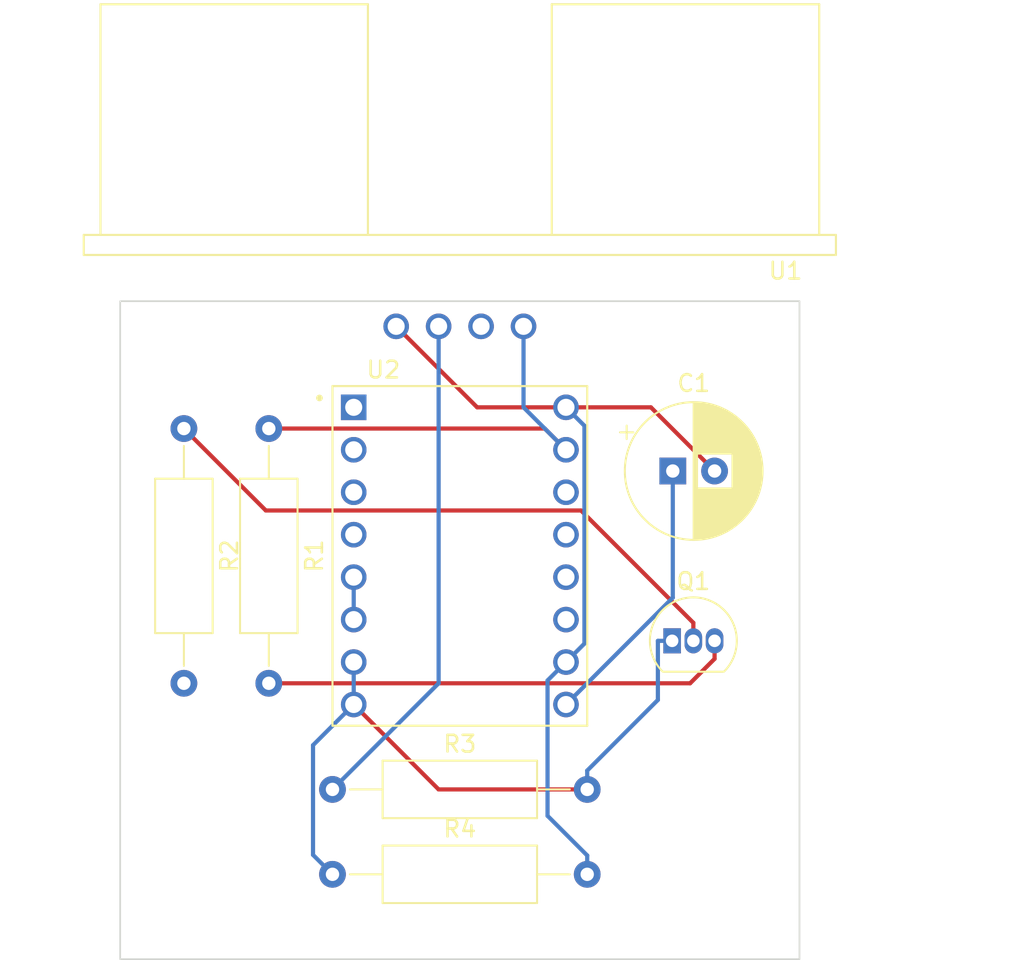
<source format=kicad_pcb>
(kicad_pcb (version 20221018) (generator pcbnew)
  (layers (0 "F.Cu" signal) (31 "B.Cu" signal) (34 "B.Paste" user) (35 "F.Paste" user) (36 "B.SilkS" user "B.Silkscreen") (37 "F.SilkS" user "F.Silkscreen") (38 "B.Mask" user) (39 "F.Mask" user) (44 "Edge.Cuts" user))
  (net 0 "")
  (net 1 "ARTY")
  (net 2 "Net-(Q1-B)")
  (net 3 "Net-(Q1-C)")
  (net 4 "+5V")
  (net 5 "Net-(U1-ECHO)")
  (net 6 "GND")
  (net 11 "Net-(U2-~{RESET})")
  (net 12 "+12V")
  (net 13 "Net-(M1--)")
  (net 14 "Net-(U2-2A)")
  (net 15 "Net-(U2-1A)")
  (net 16 "Net-(U2-1B)")
  (net 17 "+3.3V")
  (footprint "Resistor_THT:R_Axial_DIN0309_L9.0mm_D3.2mm_P15.24mm_Horizontal" (layer "F.Cu") (at 141.06655 90.17 -90)
    (fp_text reference "R1" (at 7.62 -2.72 90) (layer "F.SilkS"))
    (fp_text value "5K")
    (fp_line (start 1.04 0) (end 3 0) (stroke (width 0.12)) (layer "F.SilkS"))
    (fp_line (start 3 -1.72) (end 3 1.72) (stroke (width 0.12)) (layer "F.SilkS"))
    (fp_line (start 3 1.72) (end 12.24 1.72) (stroke (width 0.12)) (layer "F.SilkS"))
    (fp_line (start 12.24 -1.72) (end 3 -1.72) (stroke (width 0.12)) (layer "F.SilkS"))
    (fp_line (start 12.24 1.72) (end 12.24 -1.72) (stroke (width 0.12)) (layer "F.SilkS"))
    (fp_line (start 14.2 0) (end 12.24 0) (stroke (width 0.12)) (layer "F.SilkS"))
    (pad "1" thru_hole circle (at 0 0 270) (size 1.6 1.6) (drill 0.8) (layers "*.Cu" "*.Mask") (net 4 "+5V"))
    (pad "2" thru_hole oval (at 15.24 0 270) (size 1.6 1.6) (drill 0.8) (layers "*.Cu" "*.Mask") (net 3 "Net-(Q1-C)"))
  )
  (footprint "Capacitor_THT:CP_Radial_D8.0mm_P2.50mm" (layer "F.Cu") (at 165.23655 92.71)
    (fp_text reference "C1" (at 1.25 -5.25) (layer "F.SilkS"))
    (fp_text value "100 uF")
    (fp_line (start -3.159698 -2.315) (end -2.359698 -2.315) (stroke (width 0.12)) (layer "F.SilkS"))
    (fp_line (start -2.759698 -2.715) (end -2.759698 -1.915) (stroke (width 0.12)) (layer "F.SilkS"))
    (fp_line (start 1.25 -4.08) (end 1.25 4.08) (stroke (width 0.12)) (layer "F.SilkS"))
    (fp_line (start 1.29 -4.08) (end 1.29 4.08) (stroke (width 0.12)) (layer "F.SilkS"))
    (fp_line (start 1.33 -4.08) (end 1.33 4.08) (stroke (width 0.12)) (layer "F.SilkS"))
    (fp_line (start 1.37 -4.079) (end 1.37 4.079) (stroke (width 0.12)) (layer "F.SilkS"))
    (fp_line (start 1.41 -4.077) (end 1.41 4.077) (stroke (width 0.12)) (layer "F.SilkS"))
    (fp_line (start 1.45 -4.076) (end 1.45 4.076) (stroke (width 0.12)) (layer "F.SilkS"))
    (fp_line (start 1.49 -4.074) (end 1.49 -1.04) (stroke (width 0.12)) (layer "F.SilkS"))
    (fp_line (start 1.49 1.04) (end 1.49 4.074) (stroke (width 0.12)) (layer "F.SilkS"))
    (fp_line (start 1.53 -4.071) (end 1.53 -1.04) (stroke (width 0.12)) (layer "F.SilkS"))
    (fp_line (start 1.53 1.04) (end 1.53 4.071) (stroke (width 0.12)) (layer "F.SilkS"))
    (fp_line (start 1.57 -4.068) (end 1.57 -1.04) (stroke (width 0.12)) (layer "F.SilkS"))
    (fp_line (start 1.57 1.04) (end 1.57 4.068) (stroke (width 0.12)) (layer "F.SilkS"))
    (fp_line (start 1.61 -4.065) (end 1.61 -1.04) (stroke (width 0.12)) (layer "F.SilkS"))
    (fp_line (start 1.61 1.04) (end 1.61 4.065) (stroke (width 0.12)) (layer "F.SilkS"))
    (fp_line (start 1.65 -4.061) (end 1.65 -1.04) (stroke (width 0.12)) (layer "F.SilkS"))
    (fp_line (start 1.65 1.04) (end 1.65 4.061) (stroke (width 0.12)) (layer "F.SilkS"))
    (fp_line (start 1.69 -4.057) (end 1.69 -1.04) (stroke (width 0.12)) (layer "F.SilkS"))
    (fp_line (start 1.69 1.04) (end 1.69 4.057) (stroke (width 0.12)) (layer "F.SilkS"))
    (fp_line (start 1.73 -4.052) (end 1.73 -1.04) (stroke (width 0.12)) (layer "F.SilkS"))
    (fp_line (start 1.73 1.04) (end 1.73 4.052) (stroke (width 0.12)) (layer "F.SilkS"))
    (fp_line (start 1.77 -4.048) (end 1.77 -1.04) (stroke (width 0.12)) (layer "F.SilkS"))
    (fp_line (start 1.77 1.04) (end 1.77 4.048) (stroke (width 0.12)) (layer "F.SilkS"))
    (fp_line (start 1.81 -4.042) (end 1.81 -1.04) (stroke (width 0.12)) (layer "F.SilkS"))
    (fp_line (start 1.81 1.04) (end 1.81 4.042) (stroke (width 0.12)) (layer "F.SilkS"))
    (fp_line (start 1.85 -4.037) (end 1.85 -1.04) (stroke (width 0.12)) (layer "F.SilkS"))
    (fp_line (start 1.85 1.04) (end 1.85 4.037) (stroke (width 0.12)) (layer "F.SilkS"))
    (fp_line (start 1.89 -4.03) (end 1.89 -1.04) (stroke (width 0.12)) (layer "F.SilkS"))
    (fp_line (start 1.89 1.04) (end 1.89 4.03) (stroke (width 0.12)) (layer "F.SilkS"))
    (fp_line (start 1.93 -4.024) (end 1.93 -1.04) (stroke (width 0.12)) (layer "F.SilkS"))
    (fp_line (start 1.93 1.04) (end 1.93 4.024) (stroke (width 0.12)) (layer "F.SilkS"))
    (fp_line (start 1.971 -4.017) (end 1.971 -1.04) (stroke (width 0.12)) (layer "F.SilkS"))
    (fp_line (start 1.971 1.04) (end 1.971 4.017) (stroke (width 0.12)) (layer "F.SilkS"))
    (fp_line (start 2.011 -4.01) (end 2.011 -1.04) (stroke (width 0.12)) (layer "F.SilkS"))
    (fp_line (start 2.011 1.04) (end 2.011 4.01) (stroke (width 0.12)) (layer "F.SilkS"))
    (fp_line (start 2.051 -4.002) (end 2.051 -1.04) (stroke (width 0.12)) (layer "F.SilkS"))
    (fp_line (start 2.051 1.04) (end 2.051 4.002) (stroke (width 0.12)) (layer "F.SilkS"))
    (fp_line (start 2.091 -3.994) (end 2.091 -1.04) (stroke (width 0.12)) (layer "F.SilkS"))
    (fp_line (start 2.091 1.04) (end 2.091 3.994) (stroke (width 0.12)) (layer "F.SilkS"))
    (fp_line (start 2.131 -3.985) (end 2.131 -1.04) (stroke (width 0.12)) (layer "F.SilkS"))
    (fp_line (start 2.131 1.04) (end 2.131 3.985) (stroke (width 0.12)) (layer "F.SilkS"))
    (fp_line (start 2.171 -3.976) (end 2.171 -1.04) (stroke (width 0.12)) (layer "F.SilkS"))
    (fp_line (start 2.171 1.04) (end 2.171 3.976) (stroke (width 0.12)) (layer "F.SilkS"))
    (fp_line (start 2.211 -3.967) (end 2.211 -1.04) (stroke (width 0.12)) (layer "F.SilkS"))
    (fp_line (start 2.211 1.04) (end 2.211 3.967) (stroke (width 0.12)) (layer "F.SilkS"))
    (fp_line (start 2.251 -3.957) (end 2.251 -1.04) (stroke (width 0.12)) (layer "F.SilkS"))
    (fp_line (start 2.251 1.04) (end 2.251 3.957) (stroke (width 0.12)) (layer "F.SilkS"))
    (fp_line (start 2.291 -3.947) (end 2.291 -1.04) (stroke (width 0.12)) (layer "F.SilkS"))
    (fp_line (start 2.291 1.04) (end 2.291 3.947) (stroke (width 0.12)) (layer "F.SilkS"))
    (fp_line (start 2.331 -3.936) (end 2.331 -1.04) (stroke (width 0.12)) (layer "F.SilkS"))
    (fp_line (start 2.331 1.04) (end 2.331 3.936) (stroke (width 0.12)) (layer "F.SilkS"))
    (fp_line (start 2.371 -3.925) (end 2.371 -1.04) (stroke (width 0.12)) (layer "F.SilkS"))
    (fp_line (start 2.371 1.04) (end 2.371 3.925) (stroke (width 0.12)) (layer "F.SilkS"))
    (fp_line (start 2.411 -3.914) (end 2.411 -1.04) (stroke (width 0.12)) (layer "F.SilkS"))
    (fp_line (start 2.411 1.04) (end 2.411 3.914) (stroke (width 0.12)) (layer "F.SilkS"))
    (fp_line (start 2.451 -3.902) (end 2.451 -1.04) (stroke (width 0.12)) (layer "F.SilkS"))
    (fp_line (start 2.451 1.04) (end 2.451 3.902) (stroke (width 0.12)) (layer "F.SilkS"))
    (fp_line (start 2.491 -3.889) (end 2.491 -1.04) (stroke (width 0.12)) (layer "F.SilkS"))
    (fp_line (start 2.491 1.04) (end 2.491 3.889) (stroke (width 0.12)) (layer "F.SilkS"))
    (fp_line (start 2.531 -3.877) (end 2.531 -1.04) (stroke (width 0.12)) (layer "F.SilkS"))
    (fp_line (start 2.531 1.04) (end 2.531 3.877) (stroke (width 0.12)) (layer "F.SilkS"))
    (fp_line (start 2.571 -3.863) (end 2.571 -1.04) (stroke (width 0.12)) (layer "F.SilkS"))
    (fp_line (start 2.571 1.04) (end 2.571 3.863) (stroke (width 0.12)) (layer "F.SilkS"))
    (fp_line (start 2.611 -3.85) (end 2.611 -1.04) (stroke (width 0.12)) (layer "F.SilkS"))
    (fp_line (start 2.611 1.04) (end 2.611 3.85) (stroke (width 0.12)) (layer "F.SilkS"))
    (fp_line (start 2.651 -3.835) (end 2.651 -1.04) (stroke (width 0.12)) (layer "F.SilkS"))
    (fp_line (start 2.651 1.04) (end 2.651 3.835) (stroke (width 0.12)) (layer "F.SilkS"))
    (fp_line (start 2.691 -3.821) (end 2.691 -1.04) (stroke (width 0.12)) (layer "F.SilkS"))
    (fp_line (start 2.691 1.04) (end 2.691 3.821) (stroke (width 0.12)) (layer "F.SilkS"))
    (fp_line (start 2.731 -3.805) (end 2.731 -1.04) (stroke (width 0.12)) (layer "F.SilkS"))
    (fp_line (start 2.731 1.04) (end 2.731 3.805) (stroke (width 0.12)) (layer "F.SilkS"))
    (fp_line (start 2.771 -3.79) (end 2.771 -1.04) (stroke (width 0.12)) (layer "F.SilkS"))
    (fp_line (start 2.771 1.04) (end 2.771 3.79) (stroke (width 0.12)) (layer "F.SilkS"))
    (fp_line (start 2.811 -3.774) (end 2.811 -1.04) (stroke (width 0.12)) (layer "F.SilkS"))
    (fp_line (start 2.811 1.04) (end 2.811 3.774) (stroke (width 0.12)) (layer "F.SilkS"))
    (fp_line (start 2.851 -3.757) (end 2.851 -1.04) (stroke (width 0.12)) (layer "F.SilkS"))
    (fp_line (start 2.851 1.04) (end 2.851 3.757) (stroke (width 0.12)) (layer "F.SilkS"))
    (fp_line (start 2.891 -3.74) (end 2.891 -1.04) (stroke (width 0.12)) (layer "F.SilkS"))
    (fp_line (start 2.891 1.04) (end 2.891 3.74) (stroke (width 0.12)) (layer "F.SilkS"))
    (fp_line (start 2.931 -3.722) (end 2.931 -1.04) (stroke (width 0.12)) (layer "F.SilkS"))
    (fp_line (start 2.931 1.04) (end 2.931 3.722) (stroke (width 0.12)) (layer "F.SilkS"))
    (fp_line (start 2.971 -3.704) (end 2.971 -1.04) (stroke (width 0.12)) (layer "F.SilkS"))
    (fp_line (start 2.971 1.04) (end 2.971 3.704) (stroke (width 0.12)) (layer "F.SilkS"))
    (fp_line (start 3.011 -3.686) (end 3.011 -1.04) (stroke (width 0.12)) (layer "F.SilkS"))
    (fp_line (start 3.011 1.04) (end 3.011 3.686) (stroke (width 0.12)) (layer "F.SilkS"))
    (fp_line (start 3.051 -3.666) (end 3.051 -1.04) (stroke (width 0.12)) (layer "F.SilkS"))
    (fp_line (start 3.051 1.04) (end 3.051 3.666) (stroke (width 0.12)) (layer "F.SilkS"))
    (fp_line (start 3.091 -3.647) (end 3.091 -1.04) (stroke (width 0.12)) (layer "F.SilkS"))
    (fp_line (start 3.091 1.04) (end 3.091 3.647) (stroke (width 0.12)) (layer "F.SilkS"))
    (fp_line (start 3.131 -3.627) (end 3.131 -1.04) (stroke (width 0.12)) (layer "F.SilkS"))
    (fp_line (start 3.131 1.04) (end 3.131 3.627) (stroke (width 0.12)) (layer "F.SilkS"))
    (fp_line (start 3.171 -3.606) (end 3.171 -1.04) (stroke (width 0.12)) (layer "F.SilkS"))
    (fp_line (start 3.171 1.04) (end 3.171 3.606) (stroke (width 0.12)) (layer "F.SilkS"))
    (fp_line (start 3.211 -3.584) (end 3.211 -1.04) (stroke (width 0.12)) (layer "F.SilkS"))
    (fp_line (start 3.211 1.04) (end 3.211 3.584) (stroke (width 0.12)) (layer "F.SilkS"))
    (fp_line (start 3.251 -3.562) (end 3.251 -1.04) (stroke (width 0.12)) (layer "F.SilkS"))
    (fp_line (start 3.251 1.04) (end 3.251 3.562) (stroke (width 0.12)) (layer "F.SilkS"))
    (fp_line (start 3.291 -3.54) (end 3.291 -1.04) (stroke (width 0.12)) (layer "F.SilkS"))
    (fp_line (start 3.291 1.04) (end 3.291 3.54) (stroke (width 0.12)) (layer "F.SilkS"))
    (fp_line (start 3.331 -3.517) (end 3.331 -1.04) (stroke (width 0.12)) (layer "F.SilkS"))
    (fp_line (start 3.331 1.04) (end 3.331 3.517) (stroke (width 0.12)) (layer "F.SilkS"))
    (fp_line (start 3.371 -3.493) (end 3.371 -1.04) (stroke (width 0.12)) (layer "F.SilkS"))
    (fp_line (start 3.371 1.04) (end 3.371 3.493) (stroke (width 0.12)) (layer "F.SilkS"))
    (fp_line (start 3.411 -3.469) (end 3.411 -1.04) (stroke (width 0.12)) (layer "F.SilkS"))
    (fp_line (start 3.411 1.04) (end 3.411 3.469) (stroke (width 0.12)) (layer "F.SilkS"))
    (fp_line (start 3.451 -3.444) (end 3.451 -1.04) (stroke (width 0.12)) (layer "F.SilkS"))
    (fp_line (start 3.451 1.04) (end 3.451 3.444) (stroke (width 0.12)) (layer "F.SilkS"))
    (fp_line (start 3.491 -3.418) (end 3.491 -1.04) (stroke (width 0.12)) (layer "F.SilkS"))
    (fp_line (start 3.491 1.04) (end 3.491 3.418) (stroke (width 0.12)) (layer "F.SilkS"))
    (fp_line (start 3.531 -3.392) (end 3.531 -1.04) (stroke (width 0.12)) (layer "F.SilkS"))
    (fp_line (start 3.531 1.04) (end 3.531 3.392) (stroke (width 0.12)) (layer "F.SilkS"))
    (fp_line (start 3.571 -3.365) (end 3.571 3.365) (stroke (width 0.12)) (layer "F.SilkS"))
    (fp_line (start 3.611 -3.338) (end 3.611 3.338) (stroke (width 0.12)) (layer "F.SilkS"))
    (fp_line (start 3.651 -3.309) (end 3.651 3.309) (stroke (width 0.12)) (layer "F.SilkS"))
    (fp_line (start 3.691 -3.28) (end 3.691 3.28) (stroke (width 0.12)) (layer "F.SilkS"))
    (fp_line (start 3.731 -3.25) (end 3.731 3.25) (stroke (width 0.12)) (layer "F.SilkS"))
    (fp_line (start 3.771 -3.22) (end 3.771 3.22) (stroke (width 0.12)) (layer "F.SilkS"))
    (fp_line (start 3.811 -3.189) (end 3.811 3.189) (stroke (width 0.12)) (layer "F.SilkS"))
    (fp_line (start 3.851 -3.156) (end 3.851 3.156) (stroke (width 0.12)) (layer "F.SilkS"))
    (fp_line (start 3.891 -3.124) (end 3.891 3.124) (stroke (width 0.12)) (layer "F.SilkS"))
    (fp_line (start 3.931 -3.09) (end 3.931 3.09) (stroke (width 0.12)) (layer "F.SilkS"))
    (fp_line (start 3.971 -3.055) (end 3.971 3.055) (stroke (width 0.12)) (layer "F.SilkS"))
    (fp_line (start 4.011 -3.019) (end 4.011 3.019) (stroke (width 0.12)) (layer "F.SilkS"))
    (fp_line (start 4.051 -2.983) (end 4.051 2.983) (stroke (width 0.12)) (layer "F.SilkS"))
    (fp_line (start 4.091 -2.945) (end 4.091 2.945) (stroke (width 0.12)) (layer "F.SilkS"))
    (fp_line (start 4.131 -2.907) (end 4.131 2.907) (stroke (width 0.12)) (layer "F.SilkS"))
    (fp_line (start 4.171 -2.867) (end 4.171 2.867) (stroke (width 0.12)) (layer "F.SilkS"))
    (fp_line (start 4.211 -2.826) (end 4.211 2.826) (stroke (width 0.12)) (layer "F.SilkS"))
    (fp_line (start 4.251 -2.784) (end 4.251 2.784) (stroke (width 0.12)) (layer "F.SilkS"))
    (fp_line (start 4.291 -2.741) (end 4.291 2.741) (stroke (width 0.12)) (layer "F.SilkS"))
    (fp_line (start 4.331 -2.697) (end 4.331 2.697) (stroke (width 0.12)) (layer "F.SilkS"))
    (fp_line (start 4.371 -2.651) (end 4.371 2.651) (stroke (width 0.12)) (layer "F.SilkS"))
    (fp_line (start 4.411 -2.604) (end 4.411 2.604) (stroke (width 0.12)) (layer "F.SilkS"))
    (fp_line (start 4.451 -2.556) (end 4.451 2.556) (stroke (width 0.12)) (layer "F.SilkS"))
    (fp_line (start 4.491 -2.505) (end 4.491 2.505) (stroke (width 0.12)) (layer "F.SilkS"))
    (fp_line (start 4.531 -2.454) (end 4.531 2.454) (stroke (width 0.12)) (layer "F.SilkS"))
    (fp_line (start 4.571 -2.4) (end 4.571 2.4) (stroke (width 0.12)) (layer "F.SilkS"))
    (fp_line (start 4.611 -2.345) (end 4.611 2.345) (stroke (width 0.12)) (layer "F.SilkS"))
    (fp_line (start 4.651 -2.287) (end 4.651 2.287) (stroke (width 0.12)) (layer "F.SilkS"))
    (fp_line (start 4.691 -2.228) (end 4.691 2.228) (stroke (width 0.12)) (layer "F.SilkS"))
    (fp_line (start 4.731 -2.166) (end 4.731 2.166) (stroke (width 0.12)) (layer "F.SilkS"))
    (fp_line (start 4.771 -2.102) (end 4.771 2.102) (stroke (width 0.12)) (layer "F.SilkS"))
    (fp_line (start 4.811 -2.034) (end 4.811 2.034) (stroke (width 0.12)) (layer "F.SilkS"))
    (fp_line (start 4.851 -1.964) (end 4.851 1.964) (stroke (width 0.12)) (layer "F.SilkS"))
    (fp_line (start 4.891 -1.89) (end 4.891 1.89) (stroke (width 0.12)) (layer "F.SilkS"))
    (fp_line (start 4.931 -1.813) (end 4.931 1.813) (stroke (width 0.12)) (layer "F.SilkS"))
    (fp_line (start 4.971 -1.731) (end 4.971 1.731) (stroke (width 0.12)) (layer "F.SilkS"))
    (fp_line (start 5.011 -1.645) (end 5.011 1.645) (stroke (width 0.12)) (layer "F.SilkS"))
    (fp_line (start 5.051 -1.552) (end 5.051 1.552) (stroke (width 0.12)) (layer "F.SilkS"))
    (fp_line (start 5.091 -1.453) (end 5.091 1.453) (stroke (width 0.12)) (layer "F.SilkS"))
    (fp_line (start 5.131 -1.346) (end 5.131 1.346) (stroke (width 0.12)) (layer "F.SilkS"))
    (fp_line (start 5.171 -1.229) (end 5.171 1.229) (stroke (width 0.12)) (layer "F.SilkS"))
    (fp_line (start 5.211 -1.098) (end 5.211 1.098) (stroke (width 0.12)) (layer "F.SilkS"))
    (fp_line (start 5.251 -0.948) (end 5.251 0.948) (stroke (width 0.12)) (layer "F.SilkS"))
    (fp_line (start 5.291 -0.768) (end 5.291 0.768) (stroke (width 0.12)) (layer "F.SilkS"))
    (fp_line (start 5.331 -0.533) (end 5.331 0.533) (stroke (width 0.12)) (layer "F.SilkS"))
    (fp_circle (center 1.25 0) (end 5.37 0) (stroke (width 0.12)) (fill none) (layer "F.SilkS"))
    (pad "1" thru_hole rect (at 0 0) (size 1.6 1.6) (drill 0.8) (layers "*.Cu" "*.Mask") (net 12 "+12V"))
    (pad "2" thru_hole circle (at 2.5 0) (size 1.6 1.6) (drill 0.8) (layers "*.Cu" "*.Mask") (net 6 "GND"))
  )
  (footprint "Resistor_THT:R_Axial_DIN0309_L9.0mm_D3.2mm_P15.24mm_Horizontal" (layer "F.Cu") (at 135.98655 90.17 -90)
    (fp_text reference "R2" (at 7.62 -2.72 90) (layer "F.SilkS"))
    (fp_text value "2K")
    (fp_line (start 1.04 0) (end 3 0) (stroke (width 0.12)) (layer "F.SilkS"))
    (fp_line (start 3 -1.72) (end 3 1.72) (stroke (width 0.12)) (layer "F.SilkS"))
    (fp_line (start 3 1.72) (end 12.24 1.72) (stroke (width 0.12)) (layer "F.SilkS"))
    (fp_line (start 12.24 -1.72) (end 3 -1.72) (stroke (width 0.12)) (layer "F.SilkS"))
    (fp_line (start 12.24 1.72) (end 12.24 -1.72) (stroke (width 0.12)) (layer "F.SilkS"))
    (fp_line (start 14.2 0) (end 12.24 0) (stroke (width 0.12)) (layer "F.SilkS"))
    (pad "1" thru_hole circle (at 0 0 270) (size 1.6 1.6) (drill 0.8) (layers "*.Cu" "*.Mask") (net 2 "Net-(Q1-B)"))
    (pad "2" thru_hole oval (at 15.24 0 270) (size 1.6 1.6) (drill 0.8) (layers "*.Cu" "*.Mask") (net 17 "+3.3V"))
  )
  (footprint "Resistor_THT:R_Axial_DIN0309_L9.0mm_D3.2mm_P15.24mm_Horizontal" (layer "F.Cu") (at 144.87655 116.84)
    (fp_text reference "R4" (at 7.62 -2.72) (layer "F.SilkS"))
    (fp_text value "1.88K")
    (fp_line (start 1.04 0) (end 3 0) (stroke (width 0.12)) (layer "F.SilkS"))
    (fp_line (start 3 -1.72) (end 3 1.72) (stroke (width 0.12)) (layer "F.SilkS"))
    (fp_line (start 3 1.72) (end 12.24 1.72) (stroke (width 0.12)) (layer "F.SilkS"))
    (fp_line (start 12.24 -1.72) (end 3 -1.72) (stroke (width 0.12)) (layer "F.SilkS"))
    (fp_line (start 12.24 1.72) (end 12.24 -1.72) (stroke (width 0.12)) (layer "F.SilkS"))
    (fp_line (start 14.2 0) (end 12.24 0) (stroke (width 0.12)) (layer "F.SilkS"))
    (pad "1" thru_hole circle (at 0 0) (size 1.6 1.6) (drill 0.8) (layers "*.Cu" "*.Mask") (net 1 "ARTY"))
    (pad "2" thru_hole oval (at 15.24 0) (size 1.6 1.6) (drill 0.8) (layers "*.Cu" "*.Mask") (net 6 "GND"))
  )
  (footprint "1-myComponents:XCVR_HC-SR04" (layer "F.Cu") (at 152.49655 84.055 180)
    (fp_text reference "U1" (at -19.48505 3.31671) (layer "F.SilkS") (effects (font (size 1.00052 1.00052))))
    (fp_text value "HC-SR04")
    (fp_line (start -22.5 4.27) (end 22.5 4.27) (stroke (width 0.127)) (layer "F.SilkS"))
    (fp_line (start -22.5 5.47) (end -22.5 4.27) (stroke (width 0.127)) (layer "F.SilkS"))
    (fp_line (start -21.5 5.47) (end -22.5 5.47) (stroke (width 0.127)) (layer "F.SilkS"))
    (fp_line (start -21.5 5.47) (end -21.5 19.27) (stroke (width 0.127)) (layer "F.SilkS"))
    (fp_line (start -21.5 19.27) (end -5.5 19.27) (stroke (width 0.127)) (layer "F.SilkS"))
    (fp_line (start -5.5 5.47) (end -21.5 5.47) (stroke (width 0.127)) (layer "F.SilkS"))
    (fp_line (start -5.5 5.47) (end -5.5 19.27) (stroke (width 0.127)) (layer "F.SilkS"))
    (fp_line (start 5.5 5.47) (end -5.5 5.47) (stroke (width 0.127)) (layer "F.SilkS"))
    (fp_line (start 5.5 5.47) (end 5.5 19.27) (stroke (width 0.127)) (layer "F.SilkS"))
    (fp_line (start 5.5 19.27) (end 21.5 19.27) (stroke (width 0.127)) (layer "F.SilkS"))
    (fp_line (start 21.5 5.47) (end 5.5 5.47) (stroke (width 0.127)) (layer "F.SilkS"))
    (fp_line (start 21.5 5.47) (end 21.5 19.27) (stroke (width 0.127)) (layer "F.SilkS"))
    (fp_line (start 22.5 4.27) (end 22.5 5.47) (stroke (width 0.127)) (layer "F.SilkS"))
    (fp_line (start 22.5 5.47) (end 21.5 5.47) (stroke (width 0.127)) (layer "F.SilkS"))
    (pad "1" thru_hole circle (at -3.81 0 180) (size 1.53 1.53) (drill 1.02) (layers "*.Cu" "*.Mask") (net 4 "+5V"))
    (pad "2" thru_hole circle (at -1.27 0 180) (size 1.53 1.53) (drill 1.02) (layers "*.Cu" "*.Mask") (net 3 "Net-(Q1-C)"))
    (pad "3" thru_hole circle (at 1.27 0 180) (size 1.53 1.53) (drill 1.02) (layers "*.Cu" "*.Mask") (net 5 "Net-(U1-ECHO)"))
    (pad "4" thru_hole circle (at 3.81 0 180) (size 1.53 1.53) (drill 1.02) (layers "*.Cu" "*.Mask") (net 6 "GND"))
  )
  (footprint "Resistor_THT:R_Axial_DIN0309_L9.0mm_D3.2mm_P15.24mm_Horizontal" (layer "F.Cu") (at 144.87655 111.76)
    (fp_text reference "R3" (at 7.62 -2.72) (layer "F.SilkS"))
    (fp_text value "1K")
    (fp_line (start 1.04 0) (end 3 0) (stroke (width 0.12)) (layer "F.SilkS"))
    (fp_line (start 3 -1.72) (end 3 1.72) (stroke (width 0.12)) (layer "F.SilkS"))
    (fp_line (start 3 1.72) (end 12.24 1.72) (stroke (width 0.12)) (layer "F.SilkS"))
    (fp_line (start 12.24 -1.72) (end 3 -1.72) (stroke (width 0.12)) (layer "F.SilkS"))
    (fp_line (start 12.24 1.72) (end 12.24 -1.72) (stroke (width 0.12)) (layer "F.SilkS"))
    (fp_line (start 14.2 0) (end 12.24 0) (stroke (width 0.12)) (layer "F.SilkS"))
    (pad "1" thru_hole circle (at 0 0) (size 1.6 1.6) (drill 0.8) (layers "*.Cu" "*.Mask") (net 5 "Net-(U1-ECHO)"))
    (pad "2" thru_hole oval (at 15.24 0) (size 1.6 1.6) (drill 0.8) (layers "*.Cu" "*.Mask") (net 1 "ARTY"))
  )
  (footprint "Package_TO_SOT_THT:TO-92_Inline" (layer "F.Cu") (at 165.19655 102.87)
    (fp_text reference "Q1" (at 1.27 -3.56) (layer "F.SilkS"))
    (fp_text value "PN2222A")
    (fp_line (start -0.53 1.85) (end 3.07 1.85) (stroke (width 0.12)) (layer "F.SilkS"))
    (fp_arc (start -0.568478 1.838478) (mid -1.132087 -0.994977) (end 1.27 -2.6) (stroke (width 0.12)) (layer "F.SilkS"))
    (fp_arc (start 1.27 -2.6) (mid 3.672087 -0.994977) (end 3.108478 1.838478) (stroke (width 0.12)) (layer "F.SilkS"))
    (pad "1" thru_hole rect (at 0 0) (size 1.05 1.5) (drill 0.75) (layers "*.Cu" "*.Mask") (net 1 "ARTY"))
    (pad "2" thru_hole oval (at 1.27 0) (size 1.05 1.5) (drill 0.75) (layers "*.Cu" "*.Mask") (net 2 "Net-(Q1-B)"))
    (pad "3" thru_hole oval (at 2.54 0) (size 1.05 1.5) (drill 0.75) (layers "*.Cu" "*.Mask") (net 3 "Net-(Q1-C)"))
  )
  (footprint "1-myComponents:MODULE_A4988_STEPPER_MOTOR_DRIVER_CARRIER" (layer "F.Cu") (at 152.49655 97.79)
    (fp_text reference "U2" (at -4.575 -11.135) (layer "F.SilkS"))
    (fp_text value "A4988_STEPPER_MOTOR_DRIVER_CARRIER")
    (fp_line (start -7.62 -10.16) (end 7.62 -10.16) (stroke (width 0.127)) (layer "F.SilkS"))
    (fp_line (start -7.62 10.16) (end -7.62 -10.16) (stroke (width 0.127)) (layer "F.SilkS"))
    (fp_line (start 7.62 -10.16) (end 7.62 10.16) (stroke (width 0.127)) (layer "F.SilkS"))
    (fp_line (start 7.62 10.16) (end -7.62 10.16) (stroke (width 0.127)) (layer "F.SilkS"))
    (fp_circle (center -8.4 -9.45) (end -8.3 -9.45) (stroke (width 0.2)) (fill none) (layer "F.SilkS"))
    (pad "1" thru_hole rect (at -6.35 -8.89) (size 1.53 1.53) (drill 1.02) (layers "*.Cu" "*.Mask"))
    (pad "2" thru_hole circle (at -6.35 -6.35) (size 1.53 1.53) (drill 1.02) (layers "*.Cu" "*.Mask"))
    (pad "3" thru_hole circle (at -6.35 -3.81) (size 1.53 1.53) (drill 1.02) (layers "*.Cu" "*.Mask"))
    (pad "4" thru_hole circle (at -6.35 -1.27) (size 1.53 1.53) (drill 1.02) (layers "*.Cu" "*.Mask"))
    (pad "5" thru_hole circle (at -6.35 1.27) (size 1.53 1.53) (drill 1.02) (layers "*.Cu" "*.Mask") (net 11 "Net-(U2-~{RESET})"))
    (pad "6" thru_hole circle (at -6.35 3.81) (size 1.53 1.53) (drill 1.02) (layers "*.Cu" "*.Mask") (net 11 "Net-(U2-~{RESET})"))
    (pad "7" thru_hole circle (at -6.35 6.35) (size 1.53 1.53) (drill 1.02) (layers "*.Cu" "*.Mask") (net 1 "ARTY"))
    (pad "8" thru_hole circle (at -6.35 8.89) (size 1.53 1.53) (drill 1.02) (layers "*.Cu" "*.Mask") (net 1 "ARTY"))
    (pad "9" thru_hole circle (at 6.35 8.89) (size 1.53 1.53) (drill 1.02) (layers "*.Cu" "*.Mask") (net 12 "+12V"))
    (pad "10" thru_hole circle (at 6.35 6.35) (size 1.53 1.53) (drill 1.02) (layers "*.Cu" "*.Mask") (net 6 "GND"))
    (pad "11" thru_hole circle (at 6.35 3.81) (size 1.53 1.53) (drill 1.02) (layers "*.Cu" "*.Mask") (net 13 "Net-(M1--)"))
    (pad "12" thru_hole circle (at 6.35 1.27) (size 1.53 1.53) (drill 1.02) (layers "*.Cu" "*.Mask") (net 14 "Net-(U2-2A)"))
    (pad "13" thru_hole circle (at 6.35 -1.27) (size 1.53 1.53) (drill 1.02) (layers "*.Cu" "*.Mask") (net 15 "Net-(U2-1A)"))
    (pad "14" thru_hole circle (at 6.35 -3.81) (size 1.53 1.53) (drill 1.02) (layers "*.Cu" "*.Mask") (net 16 "Net-(U2-1B)"))
    (pad "15" thru_hole circle (at 6.35 -6.35) (size 1.53 1.53) (drill 1.02) (layers "*.Cu" "*.Mask") (net 4 "+5V"))
    (pad "16" thru_hole circle (at 6.35 -8.89) (size 1.53 1.53) (drill 1.02) (layers "*.Cu" "*.Mask") (net 6 "GND"))
  )
  (gr_rect (start 132.17655 82.55) (end 172.81655 121.92) (stroke (width 0.1)) (fill none) (layer "Edge.Cuts"))
  (segment (start 160.11655 111.76) (end 151.22655 111.76) (width 0.25) (layer "F.Cu") (net 1))
  (segment (start 151.22655 111.76) (end 146.14655 106.68) (width 0.25) (layer "F.Cu") (net 1))
  (segment (start 164.34465 102.87) (end 164.34465 106.405) (width 0.25) (layer "B.Cu") (net 1))
  (segment (start 143.71185 109.1147) (end 146.14655 106.68) (width 0.25) (layer "B.Cu") (net 1))
  (segment (start 143.71185 115.6753) (end 143.71185 109.1147) (width 0.25) (layer "B.Cu") (net 1))
  (segment (start 164.34465 106.405) (end 160.11655 110.6331) (width 0.25) (layer "B.Cu") (net 1))
  (segment (start 165.19655 102.87) (end 164.34465 102.87) (width 0.25) (layer "B.Cu") (net 1))
  (segment (start 160.11655 111.76) (end 160.11655 110.6331) (width 0.25) (layer "B.Cu") (net 1))
  (segment (start 144.87655 116.84) (end 143.71185 115.6753) (width 0.25) (layer "B.Cu") (net 1))
  (segment (start 146.14655 106.68) (end 146.14655 104.14) (width 0.25) (layer "B.Cu") (net 1))
  (segment (start 166.46655 102.87) (end 166.46655 101.7931) (width 0.25) (layer "F.Cu") (net 2))
  (segment (start 166.46655 101.7931) (end 159.74535 95.0719) (width 0.25) (layer "F.Cu") (net 2))
  (segment (start 140.88845 95.0719) (end 135.98655 90.17) (width 0.25) (layer "F.Cu") (net 2))
  (segment (start 159.74535 95.0719) (end 140.88845 95.0719) (width 0.25) (layer "F.Cu") (net 2))
  (segment (start 167.73655 102.87) (end 167.73655 103.9469) (width 0.25) (layer "F.Cu") (net 3))
  (segment (start 166.27345 105.41) (end 141.06655 105.41) (width 0.25) (layer "F.Cu") (net 3))
  (segment (start 167.73655 103.9469) (end 166.27345 105.41) (width 0.25) (layer "F.Cu") (net 3))
  (segment (start 157.57655 90.17) (end 158.84655 91.44) (width 0.25) (layer "F.Cu") (net 4))
  (segment (start 141.06655 90.17) (end 157.57655 90.17) (width 0.25) (layer "F.Cu") (net 4))
  (segment (start 156.30655 88.9) (end 158.84655 91.44) (width 0.25) (layer "B.Cu") (net 4))
  (segment (start 156.30655 84.055) (end 156.30655 88.9) (width 0.25) (layer "B.Cu") (net 4))
  (segment (start 151.22655 105.41) (end 151.22655 84.055) (width 0.25) (layer "B.Cu") (net 5))
  (segment (start 144.87655 111.76) (end 151.22655 105.41) (width 0.25) (layer "B.Cu") (net 5))
  (segment (start 148.68655 84.055) (end 153.53155 88.9) (width 0.25) (layer "F.Cu") (net 6))
  (segment (start 167.73655 92.71) (end 163.92655 88.9) (width 0.25) (layer "F.Cu") (net 6))
  (segment (start 153.53155 88.9) (end 158.84655 88.9) (width 0.25) (layer "F.Cu") (net 6))
  (segment (start 163.92655 88.9) (end 158.84655 88.9) (width 0.25) (layer "F.Cu") (net 6))
  (segment (start 160.11655 116.84) (end 160.11655 115.7131) (width 0.25) (layer "B.Cu") (net 6))
  (segment (start 159.95075 103.0358) (end 158.84655 104.14) (width 0.25) (layer "B.Cu") (net 6))
  (segment (start 157.74235 113.3389) (end 157.74235 105.2442) (width 0.25) (layer "B.Cu") (net 6))
  (segment (start 159.95075 90.0042) (end 159.95075 103.0358) (width 0.25) (layer "B.Cu") (net 6))
  (segment (start 160.11655 115.7131) (end 157.74235 113.3389) (width 0.25) (layer "B.Cu") (net 6))
  (segment (start 158.84655 88.9) (end 159.95075 90.0042) (width 0.25) (layer "B.Cu") (net 6))
  (segment (start 157.74235 105.2442) (end 158.84655 104.14) (width 0.25) (layer "B.Cu") (net 6))
  (segment (start 146.14655 101.6) (end 146.14655 99.06) (width 0.25) (layer "B.Cu") (net 11))
  (segment (start 165.23655 92.71) (end 165.23655 100.29) (width 0.25) (layer "B.Cu") (net 12))
  (segment (start 165.23655 100.29) (end 158.84655 106.68) (width 0.25) (layer "B.Cu") (net 12))
)
</source>
